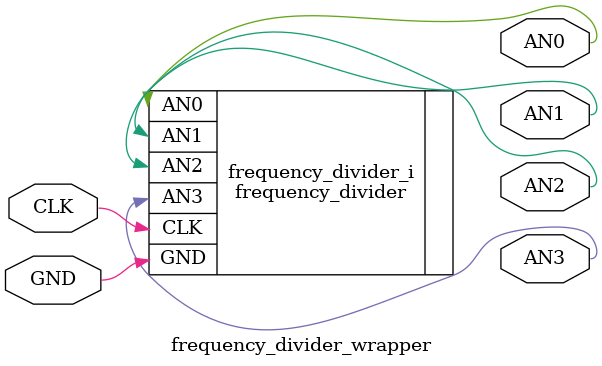
<source format=v>
`timescale 1 ps / 1 ps

module frequency_divider_wrapper
   (AN0,
    AN1,
    AN2,
    AN3,
    CLK,
    GND);
  output AN0;
  output AN1;
  output AN2;
  output AN3;
  input CLK;
  input GND;

  wire AN0;
  wire AN1;
  wire AN2;
  wire AN3;
  wire CLK;
  wire GND;

  frequency_divider frequency_divider_i
       (.AN0(AN0),
        .AN1(AN1),
        .AN2(AN2),
        .AN3(AN3),
        .CLK(CLK),
        .GND(GND));
endmodule

</source>
